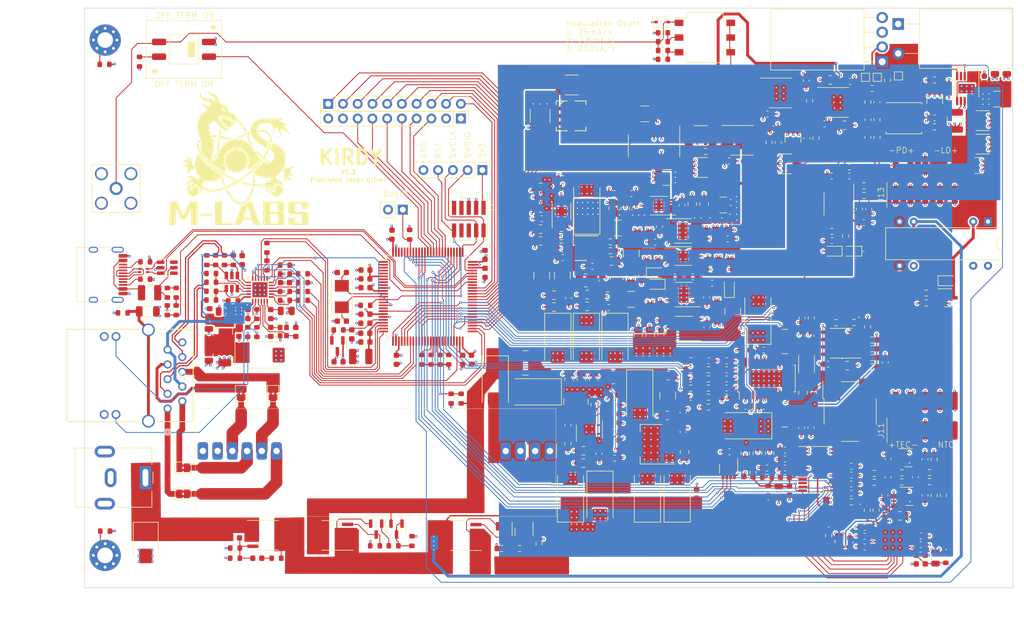
<source format=kicad_pcb>
(kicad_pcb (version 20221018) (generator pcbnew)

  (general
    (thickness 1.6)
  )

  (paper "A4")
  (layers
    (0 "F.Cu" jumper)
    (1 "In1.Cu" signal)
    (2 "In2.Cu" signal)
    (31 "B.Cu" signal)
    (32 "B.Adhes" user "B.Adhesive")
    (33 "F.Adhes" user "F.Adhesive")
    (34 "B.Paste" user)
    (35 "F.Paste" user)
    (36 "B.SilkS" user "B.Silkscreen")
    (37 "F.SilkS" user "F.Silkscreen")
    (38 "B.Mask" user)
    (39 "F.Mask" user)
    (40 "Dwgs.User" user "User.Drawings")
    (41 "Cmts.User" user "User.Comments")
    (42 "Eco1.User" user "User.Eco1")
    (43 "Eco2.User" user "User.Eco2")
    (44 "Edge.Cuts" user)
    (45 "Margin" user)
    (46 "B.CrtYd" user "B.Courtyard")
    (47 "F.CrtYd" user "F.Courtyard")
    (48 "B.Fab" user)
    (49 "F.Fab" user)
    (50 "User.1" user)
    (51 "User.2" user)
    (52 "User.3" user)
    (53 "User.4" user)
    (54 "User.5" user)
    (55 "User.6" user)
    (56 "User.7" user)
    (57 "User.8" user)
    (58 "User.9" user)
  )

  (setup
    (stackup
      (layer "F.SilkS" (type "Top Silk Screen"))
      (layer "F.Paste" (type "Top Solder Paste"))
      (layer "F.Mask" (type "Top Solder Mask") (thickness 0.01))
      (layer "F.Cu" (type "copper") (thickness 0.035))
      (layer "dielectric 1" (type "core") (thickness 0.48) (material "FR4") (epsilon_r 4.5) (loss_tangent 0.02))
      (layer "In1.Cu" (type "copper") (thickness 0.035))
      (layer "dielectric 2" (type "prepreg") (thickness 0.48) (material "FR4") (epsilon_r 4.5) (loss_tangent 0.02))
      (layer "In2.Cu" (type "copper") (thickness 0.035))
      (layer "dielectric 3" (type "core") (thickness 0.48) (material "FR4") (epsilon_r 4.5) (loss_tangent 0.02))
      (layer "B.Cu" (type "copper") (thickness 0.035))
      (layer "B.Mask" (type "Bottom Solder Mask") (thickness 0.01))
      (layer "B.Paste" (type "Bottom Solder Paste"))
      (layer "B.SilkS" (type "Bottom Silk Screen"))
      (copper_finish "ENIG")
      (dielectric_constraints no)
    )
    (pad_to_mask_clearance 0)
    (pcbplotparams
      (layerselection 0x00010fc_ffffffff)
      (plot_on_all_layers_selection 0x0000000_00000000)
      (disableapertmacros false)
      (usegerberextensions true)
      (usegerberattributes false)
      (usegerberadvancedattributes false)
      (creategerberjobfile true)
      (dashed_line_dash_ratio 12.000000)
      (dashed_line_gap_ratio 3.000000)
      (svgprecision 6)
      (plotframeref false)
      (viasonmask false)
      (mode 1)
      (useauxorigin false)
      (hpglpennumber 1)
      (hpglpenspeed 20)
      (hpglpendiameter 15.000000)
      (dxfpolygonmode true)
      (dxfimperialunits true)
      (dxfusepcbnewfont true)
      (psnegative false)
      (psa4output false)
      (plotreference false)
      (plotvalue false)
      (plotinvisibletext false)
      (sketchpadsonfab false)
      (subtractmaskfromsilk true)
      (outputformat 1)
      (mirror false)
      (drillshape 0)
      (scaleselection 1)
      (outputdirectory "gerbers")
    )
  )

  (net 0 "")
  (net 1 "+5VA")
  (net 2 "GND")
  (net 3 "Net-(U1-VOUT_F)")
  (net 4 "Net-(U4--)")
  (net 5 "Net-(U2-OUT)")
  (net 6 "Net-(U4-+)")
  (net 7 "+9VA")
  (net 8 "-6V")
  (net 9 "+15V")
  (net 10 "Net-(U6-+)")
  (net 11 "Net-(C13-Pad2)")
  (net 12 "/MCU/PD_MON")
  (net 13 "Net-(C18-Pad2)")
  (net 14 "Net-(C18-Pad1)")
  (net 15 "Net-(U5B-+)")
  (net 16 "+3V3")
  (net 17 "Net-(U6--)")
  (net 18 "Net-(Q2-G)")
  (net 19 "/MCU/VREF")
  (net 20 "+12V")
  (net 21 "Net-(C25-Pad2)")
  (net 22 "Net-(C26-Pad2)")
  (net 23 "Net-(C26-Pad1)")
  (net 24 "Net-(C27-Pad1)")
  (net 25 "/driveStage/PD_C")
  (net 26 "Net-(C28-Pad1)")
  (net 27 "-9V")
  (net 28 "IN")
  (net 29 "Net-(U8-VCAP_1)")
  (net 30 "Net-(U8-VCAP_2)")
  (net 31 "Net-(C52-Pad1)")
  (net 32 "Net-(U8-PH0)")
  (net 33 "Net-(U8-PH1)")
  (net 34 "/MCU/VDDA")
  (net 35 "Net-(D6-K)")
  (net 36 "Net-(D5-A)")
  (net 37 "Net-(U9-C+)")
  (net 38 "Net-(D5-K)")
  (net 39 "Net-(C57-Pad1)")
  (net 40 "+9V")
  (net 41 "+8V")
  (net 42 "+3.3VA")
  (net 43 "/thermostat/DAC_REF")
  (net 44 "Net-(U9-C-)")
  (net 45 "Net-(D7-A)")
  (net 46 "Net-(U16-PGFB)")
  (net 47 "/thermostat/MAXV")
  (net 48 "/thermostat/MAXIP")
  (net 49 "/thermostat/MAXIN")
  (net 50 "Net-(U11-EN{slash}UV)")
  (net 51 "Net-(U12-EN{slash}UV)")
  (net 52 "Net-(U13-EN{slash}UV)")
  (net 53 "/MCU/TEC_ISEN")
  (net 54 "Net-(U15-EN{slash}UV)")
  (net 55 "/MCU/TEC_VREF")
  (net 56 "Net-(U14-EN{slash}UV)")
  (net 57 "Net-(U11-SET)")
  (net 58 "Net-(U16-SET)")
  (net 59 "+5V")
  (net 60 "Net-(U12-SET)")
  (net 61 "Net-(U13-SET)")
  (net 62 "Net-(U14-SET)")
  (net 63 "Net-(U15-SET)")
  (net 64 "Net-(U19-REGCAPD)")
  (net 65 "Net-(U18-REGCAPD)")
  (net 66 "Net-(U21-CTLI)")
  (net 67 "Net-(U18-REFOUT)")
  (net 68 "Net-(U18-REGCAPA)")
  (net 69 "Net-(U19-REGCAPA)")
  (net 70 "Net-(U21-COMP)")
  (net 71 "Net-(U21-CS)")
  (net 72 "Net-(U21-OS2)")
  (net 73 "/Ehternet/AVDDT_PHY")
  (net 74 "/Ehternet/ETH_SHIELD")
  (net 75 "Net-(U23-VIN)")
  (net 76 "Net-(U23-SS{slash}TR)")
  (net 77 "/MCU/RST")
  (net 78 "Net-(FB12-Pad1)")
  (net 79 "/thermostat/TEC+")
  (net 80 "/thermostat/TEC-")
  (net 81 "Net-(U23-BOOT)")
  (net 82 "/MCU/USB_DP")
  (net 83 "/MCU/USB_DN")
  (net 84 "/MCU/SWDIO")
  (net 85 "/MCU/SWCLK")
  (net 86 "Net-(U23-COMP)")
  (net 87 "Net-(Q3-E)")
  (net 88 "Net-(D10-A1)")
  (net 89 "Net-(Q4-G)")
  (net 90 "Net-(U24-VI)")
  (net 91 "Net-(U26-XTAL2)")
  (net 92 "Net-(U26-XTAL1)")
  (net 93 "Net-(U26-VDDCR)")
  (net 94 "Net-(D1-A2)")
  (net 95 "/driveStage/LD-")
  (net 96 "/thermostat/NTC+")
  (net 97 "/thermostat/NTC-")
  (net 98 "Net-(D4-A)")
  (net 99 "Net-(U27-VBUS)")
  (net 100 "Net-(L3-Pad1)")
  (net 101 "Net-(U21-OS1)")
  (net 102 "Net-(FL2-Pad4)")
  (net 103 "Net-(FL2-Pad1)")
  (net 104 "Net-(J4-Pin_8)")
  (net 105 "Net-(J4-Pin_7)")
  (net 106 "Net-(J4-Pin_6)")
  (net 107 "Net-(J4-Pin_5)")
  (net 108 "Net-(J4-Pin_4)")
  (net 109 "Net-(J4-Pin_3)")
  (net 110 "Net-(J5-Pin_10)")
  (net 111 "Net-(J5-Pin_9)")
  (net 112 "Net-(J5-Pin_8)")
  (net 113 "Net-(J5-Pin_7)")
  (net 114 "Net-(J5-Pin_6)")
  (net 115 "Net-(J5-Pin_5)")
  (net 116 "Net-(J5-Pin_4)")
  (net 117 "Net-(J5-Pin_3)")
  (net 118 "Net-(J5-Pin_2)")
  (net 119 "Net-(J5-Pin_1)")
  (net 120 "unconnected-(J6-Pin_6-Pad6)")
  (net 121 "/MCU/PWM_MAXV")
  (net 122 "/MCU/PWM_MAXIP")
  (net 123 "/MCU/PWM_MAXIN")
  (net 124 "unconnected-(J6-Pin_7-Pad7)")
  (net 125 "unconnected-(J6-Pin_8-Pad8)")
  (net 126 "unconnected-(J6-Pin_9-Pad9)")
  (net 127 "/MCU/TEC_VSEN")
  (net 128 "/Ehternet/POE_VC2-")
  (net 129 "/Ehternet/POE_VC1-")
  (net 130 "/MCU/POE_PWR_SRC")
  (net 131 "/Ehternet/RMII_RXD0")
  (net 132 "/Ehternet/POE_VC2+")
  (net 133 "/Ehternet/RMII_RXD1")
  (net 134 "/Ehternet/POE_VC1+")
  (net 135 "/Ehternet/RMII_CRS_DV")
  (net 136 "/Ehternet/RMII_REF_CLK")
  (net 137 "/Ehternet/RMII_MDIO")
  (net 138 "Net-(J9-Pad11)")
  (net 139 "/Ehternet/ETH_LED_1")
  (net 140 "Net-(J9-Pad13)")
  (net 141 "/Ehternet/PHY_TD_P")
  (net 142 "/Ehternet/PHY_TD_N")
  (net 143 "/Ehternet/PHY_RD_P")
  (net 144 "/Ehternet/PHY_RD_N")
  (net 145 "/Ehternet/ETH_LED_2")
  (net 146 "unconnected-(J10-SBU2-PadB8)")
  (net 147 "Net-(J10-CC2)")
  (net 148 "/MCU/USB_VBUS")
  (net 149 "/MCU/LDAC_LOAD")
  (net 150 "/MCU/LDAC_CLK")
  (net 151 "/MCU/LDAC_MOSI")
  (net 152 "/MCU/LDAC_CS")
  (net 153 "/MCU/TADC_SYNC")
  (net 154 "/MCU/TADC_MISO")
  (net 155 "/MCU/TDAC_MOSI")
  (net 156 "/MCU/TADC_CLK")
  (net 157 "/MCU/TDAC_CLK")
  (net 158 "/MCU/TADC_CS")
  (net 159 "/MCU/TDAC_SYNC")
  (net 160 "/MCU/TADC_MOSI")
  (net 161 "unconnected-(J10-SBU1-PadA8)")
  (net 162 "Net-(J10-CC1)")
  (net 163 "Net-(JP1-A)")
  (net 164 "Net-(JP2-B)")
  (net 165 "Net-(JP3-B)")
  (net 166 "Net-(JP4-B)")
  (net 167 "Net-(JP5-B)")
  (net 168 "Net-(L4-Pad1)")
  (net 169 "Net-(Q9-E)")
  (net 170 "Net-(Q1-G)")
  (net 171 "Net-(Q2-S-Pad1)")
  (net 172 "Net-(Q3-B)")
  (net 173 "Net-(Q5-G)")
  (net 174 "/Ehternet/RMII_MDC")
  (net 175 "/Ehternet/PHY_NRST")
  (net 176 "Net-(Q6-B)")
  (net 177 "Net-(Q7-B)")
  (net 178 "Net-(Q8-G)")
  (net 179 "Net-(Q9-B)")
  (net 180 "Net-(R3-Pad2)")
  (net 181 "/Ehternet/RMII_TX_EN")
  (net 182 "/Ehternet/RMII_TXD0")
  (net 183 "/Ehternet/RMII_TXD1")
  (net 184 "Net-(R5-Pad2)")
  (net 185 "Net-(U3--)")
  (net 186 "Net-(U5B--)")
  (net 187 "Net-(U7-OUT)")
  (net 188 "Net-(U8-PE8)")
  (net 189 "Net-(U8-PE9)")
  (net 190 "Net-(U8-PE10)")
  (net 191 "Net-(U8-PE11)")
  (net 192 "Net-(U16-ILIM)")
  (net 193 "Net-(U10-SET)")
  (net 194 "Net-(U17-VFB)")
  (net 195 "Net-(U20B--)")
  (net 196 "Net-(U18-AIN0)")
  (net 197 "Net-(U18-AIN1)")
  (net 198 "Net-(U19-AIN0{slash}REF2-)")
  (net 199 "Net-(U19-AIN1{slash}REF2+)")
  (net 200 "unconnected-(K1-Pad14)")
  (net 201 "Net-(U20A-+)")
  (net 202 "Net-(U20A--)")
  (net 203 "Net-(U23-EN)")
  (net 204 "Net-(U23-RT{slash}CLK)")
  (net 205 "Net-(U23-VSENSE)")
  (net 206 "Net-(U26-RXD0)")
  (net 207 "Net-(U26-RXD1)")
  (net 208 "Net-(U26-CRS_DV)")
  (net 209 "Net-(U26-nINT)")
  (net 210 "Net-(U26-RXER)")
  (net 211 "Net-(U26-RBIAS)")
  (net 212 "Net-(U3-+)")
  (net 213 "Net-(U1-VOUT_S)")
  (net 214 "unconnected-(U2-INV-Pad13)")
  (net 215 "unconnected-(U2-NC-Pad9)")
  (net 216 "unconnected-(U2-RFB-Pad1)")
  (net 217 "unconnected-(U8-PE1-Pad98)")
  (net 218 "unconnected-(U8-PE0-Pad97)")
  (net 219 "unconnected-(U8-PB9-Pad96)")
  (net 220 "unconnected-(U8-PA10-Pad69)")
  (net 221 "unconnected-(U8-PA8-Pad67)")
  (net 222 "unconnected-(U8-PE15-Pad46)")
  (net 223 "unconnected-(U8-PE14-Pad45)")
  (net 224 "/MCU/LD_EN")
  (net 225 "unconnected-(U8-PE13-Pad44)")
  (net 226 "unconnected-(U8-PE12-Pad43)")
  (net 227 "unconnected-(U8-PE7-Pad38)")
  (net 228 "unconnected-(U8-PB2-Pad37)")
  (net 229 "/MCU/TEC_~{SHDN}")
  (net 230 "Net-(H1-Pad1)")
  (net 231 "Net-(H2-Pad1)")
  (net 232 "/MCU/~{LD_SHORT}")
  (net 233 "unconnected-(U8-PC2-Pad17)")
  (net 234 "unconnected-(U8-PC0-Pad15)")
  (net 235 "unconnected-(U8-PC15-Pad9)")
  (net 236 "unconnected-(U8-PC14-Pad8)")
  (net 237 "unconnected-(U8-PC13-Pad7)")
  (net 238 "unconnected-(U8-PE6-Pad5)")
  (net 239 "unconnected-(U8-PE5-Pad4)")
  (net 240 "unconnected-(U8-PE4-Pad3)")
  (net 241 "unconnected-(U8-PE3-Pad2)")
  (net 242 "unconnected-(U8-PE2-Pad1)")
  (net 243 "12Vin")
  (net 244 "unconnected-(U9-NC-Pad12)")
  (net 245 "unconnected-(U9-NC-Pad7)")
  (net 246 "unconnected-(U9-NC-Pad6)")
  (net 247 "unconnected-(U9-NC-Pad3)")
  (net 248 "unconnected-(U9-NC-Pad1)")
  (net 249 "unconnected-(U10-ILIM-Pad5)")
  (net 250 "unconnected-(U11-PG-Pad4)")
  (net 251 "unconnected-(U12-PG-Pad5)")
  (net 252 "unconnected-(U13-PG-Pad4)")
  (net 253 "unconnected-(U14-VIOC-Pad7)")
  (net 254 "unconnected-(U14-PG-Pad4)")
  (net 255 "unconnected-(U15-PG-Pad4)")
  (net 256 "unconnected-(U16-PG-Pad5)")
  (net 257 "unconnected-(U18-GPIO1-Pad20)")
  (net 258 "unconnected-(U18-GPIO0-Pad19)")
  (net 259 "unconnected-(U18-XTAL2{slash}CLKIO-Pad10)")
  (net 260 "unconnected-(U18-XTAL1-Pad9)")
  (net 261 "unconnected-(U19-DNC-Pad3)")
  (net 262 "unconnected-(U19-PDSW-Pad8)")
  (net 263 "unconnected-(U19-XTAL1-Pad9)")
  (net 264 "unconnected-(U19-XTAL2{slash}CLKIO-Pad10)")
  (net 265 "unconnected-(U19-~{ERROR}-Pad15)")
  (net 266 "unconnected-(U19-GPIO0-Pad20)")
  (net 267 "unconnected-(U19-GPIO1-Pad21)")
  (net 268 "unconnected-(U19-GPIO2-Pad22)")
  (net 269 "unconnected-(U19-AIN2-Pad23)")
  (net 270 "unconnected-(U19-AIN3-Pad24)")
  (net 271 "unconnected-(U19-AIN4-Pad25)")
  (net 272 "unconnected-(U19-AIN5-Pad26)")
  (net 273 "unconnected-(U19-AIN6-Pad27)")
  (net 274 "unconnected-(U19-AIN7-Pad28)")
  (net 275 "unconnected-(U19-AIN8-Pad29)")
  (net 276 "unconnected-(U19-GPO3-Pad30)")
  (net 277 "Net-(U20B-+)")
  (net 278 "unconnected-(U22-NC-Pad2)")
  (net 279 "unconnected-(U22-NC-Pad1)")
  (net 280 "unconnected-(U23-PWRGD-Pad14)")
  (net 281 "unconnected-(U27-I{slash}O4-Pad6)")
  (net 282 "unconnected-(U27-I{slash}O3-Pad4)")
  (net 283 "/Ehternet/RJ45_RD_N")
  (net 284 "/Ehternet/RJ45_RD_P")
  (net 285 "/Ehternet/RJ45_TD_N")
  (net 286 "/Ehternet/RJ45_TD_P")
  (net 287 "/thermostat/ADC1_REF")
  (net 288 "/thermostat/ADC1_A3V3")
  (net 289 "/thermostat/ADC1_D3V3")
  (net 290 "/thermostat/ADC2_D3V3")
  (net 291 "/thermostat/ADC2_A3V3")
  (net 292 "/thermostat/ADC2_REF")
  (net 293 "Net-(C124-Pad1)")
  (net 294 "Net-(C125-Pad1)")
  (net 295 "Net-(C126-Pad1)")
  (net 296 "Net-(C156-Pad2)")
  (net 297 "Net-(C157-Pad2)")
  (net 298 "Net-(C166-Pad2)")
  (net 299 "Net-(C167-Pad2)")
  (net 300 "Net-(C177-Pad2)")
  (net 301 "Net-(C178-Pad1)")
  (net 302 "Net-(C179-Pad1)")
  (net 303 "Net-(C187-Pad2)")
  (net 304 "Net-(C188-Pad1)")
  (net 305 "Net-(C208-Pad1)")
  (net 306 "Net-(R7-Pad2)")
  (net 307 "Net-(R23-Pad2)")
  (net 308 "unconnected-(R25-Pad3)")
  (net 309 "Net-(R35-Pad2)")
  (net 310 "Net-(R66-Pad2)")
  (net 311 "Net-(R121-Pad2)")
  (net 312 "Net-(R122-Pad1)")
  (net 313 "unconnected-(J4-Pin_9-Pad9)")
  (net 314 "/MCU/TERM_STAT")

  (footprint "Resistor_SMD:R_0603_1608Metric" (layer "F.Cu") (at 34.544 45.8338 180))

  (footprint "Resistor_SMD:R_0603_1608Metric" (layer "F.Cu") (at 56.4334 91.9319 90))

  (footprint "Capacitor_SMD:C_0603_1608Metric" (layer "F.Cu") (at 34.544 47.3578))

  (footprint "Capacitor_SMD:C_0603_1608Metric" (layer "F.Cu") (at 138.5316 80.9498 90))

  (footprint "Package_TO_SOT_SMD:SOT-23" (layer "F.Cu") (at 50.2782 89.8694 -90))

  (footprint "Capacitor_SMD:C_0805_2012Metric" (layer "F.Cu") (at 103.4288 76.5556 -90))

  (footprint "Inductor_SMD:L_1210_3225Metric" (layer "F.Cu") (at 47.617 60.0964))

  (footprint "Capacitor_SMD:C_0603_1608Metric" (layer "F.Cu") (at 104.4956 63.9706 180))

  (footprint "Capacitor_SMD:C_0603_1608Metric" (layer "F.Cu") (at 78.8126 36.3114 180))

  (footprint "Capacitor_SMD:C_0603_1608Metric" (layer "F.Cu") (at 138.0236 61.1124 90))

  (footprint "Package_QFP:LQFP-100_14x14mm_P0.5mm" (layer "F.Cu") (at 59.182 49.7798))

  (footprint "Capacitor_SMD:C_0603_1608Metric" (layer "F.Cu") (at 104.4956 67.1332 180))

  (footprint "Resistor_SMD:R_0603_1608Metric" (layer "F.Cu") (at 33.0855 94.896))

  (footprint "Resistor_SMD:R_0603_1608Metric" (layer "F.Cu") (at 37.6308 47.3578 180))

  (footprint "Inductor_SMD:L_1008_2520Metric" (layer "F.Cu") (at 91.7448 46.6344 -90))

  (footprint "Capacitor_SMD:C_0603_1608Metric" (layer "F.Cu") (at 110.6875 60.8397))

  (footprint "Capacitor_SMD:C_0805_2012Metric" (layer "F.Cu") (at 94.1832 46.3922 -90))

  (footprint "Resistor_SMD:R_0603_1608Metric" (layer "F.Cu") (at 115.239 80.0856 -90))

  (footprint "Resistor_SMD:R_0603_1608Metric" (layer "F.Cu") (at 37.6308 45.8338 180))

  (footprint "Resistor_SMD:R_0603_1608Metric" (layer "F.Cu") (at 132.1684 85.191))

  (footprint "Resistor_SMD:R_0603_1608Metric" (layer "F.Cu") (at 104.4956 62.3984))

  (footprint "Resistor_SMD:R_0603_1608Metric" (layer "F.Cu") (at 78.35 92.4 90))

  (footprint "Capacitor_SMD:C_0603_1608Metric" (layer "F.Cu") (at 135.0256 22.3134 -90))

  (footprint "Capacitor_SMD:C_0603_1608Metric" (layer "F.Cu") (at 99.3394 50.1786 90))

  (footprint "Diode_SMD:D_SMB" (layer "F.Cu") (at 10.5615 92.364 -90))

  (footprint "Capacitor_SMD:C_0603_1608Metric" (layer "F.Cu") (at 78.8126 32.7046 180))

  (footprint "Resistor_SMD:R_0603_1608Metric" (layer "F.Cu") (at 21.844 50.355))

  (footprint "Resistor_SMD:R_0603_1608Metric" (layer "F.Cu") (at 145.0848 49.1476))

  (footprint "Capacitor_SMD:C_0805_2012Metric" (layer "F.Cu") (at 82.2198 41.2662 180))

  (footprint "Package_SO:SOIC-8-1EP_3.9x4.9mm_P1.27mm_EP2.29x3mm" (layer "F.Cu") (at 119.9378 14.6424))

  (footprint "Capacitor_SMD:C_0805_2012Metric" (layer "F.Cu") (at 86.0044 76.3524 180))

  (footprint "Package_TO_SOT_SMD:SOT-23-6" (layer "F.Cu") (at 25.4 47.2562 90))

  (footprint "Connector_BarrelJack:BarrelJack_CUI_PJ-063AH_Horizontal" (layer "F.Cu") (at 10.5 81 -90))

  (footprint "Capacitor_SMD:C_1812_4532Metric" (layer "F.Cu") (at 154.813 23.4696))

  (footprint "Resistor_SMD:R_0603_1608Metric" (layer "F.Cu") (at 136.144 81.788))

  (footprint "Capacitor_SMD:C_0603_1608Metric" (layer "F.Cu") (at 144.137 91.059))

  (footprint "Resistor_SMD:R_0603_1608Metric" (layer "F.Cu") (at 104.5423 60.8397))

  (footprint "Resistor_SMD:R_0603_1608Metric" (layer "F.Cu") (at 148.463 94.869 90))

  (footprint "Resistor_SMD:R_0603_1608Metric" (layer "F.Cu") (at 107.823 39.7994))

  (footprint "Package_TO_SOT_THT:TO-220F-4_Horizontal_TabDown" (layer "F.Cu") (at 137.5 9.25 90))

  (footprint "Capacitor_SMD:C_0603_1608Metric" (layer "F.Cu") (at 117.6528 79.3496 180))

  (footprint "Capacitor_SMD:C_0603_1608Metric" (layer "F.Cu") (at 99.1108 37.6936 -90))

  (footprint "Capacitor_SMD:C_0603_1608Metric" (layer "F.Cu")
    (tstamp 18b8fa11-6bc8-4019-aac3-0eea023d7ea8)
    (at 113.652 80.0602 -90)
    (descr "Capacitor SMD 0603 (1608 Metric), square (rectangular) end terminal, IPC_7351 nominal, (Body size source: IPC-SM-782 page 76, https://www.pcb-3d.com/wordpress/wp-content/uploads/ipc-sm-782a_amendment_1_and_2.pdf), generated with kicad-footprint-generator")
    (tags "capacitor")
    (property "MFR_PN" "CL10B104KB8NNWC")
    (property "MFR_PN_ALT" "CL10B104KB8NNNL")
    (property "Sheetfile" "thermostat.kicad_sch")
    (property "Sheetname" "thermostat")
    (property "ki_description" "Unpolarized capacitor")
    (property "ki_keywords" "cap capacitor")
    (path "/bda728c0-b189-4e05-8d4f-58a38acf883b/d924e105-c32c-494b-9c01-fb97e5dab91b")
    (attr smd)
    (fp_text reference "C117" (at 0 -1.43 90) (layer "F.SilkS") hide
        (effects (font (size 1 1) (thickness 0.15)))
      (tstamp f9ad1429-39d7-47ea-ada8-5393828a2889)
    )
    (fp_text value "100n" (at 0 1.43 90) (layer "F.Fab")
        (effects (font (size 1 1) (thickness 0.15)))
      (tstamp 8511fbd7-9a6d-4704-946e-99a01089ef2e)
    )
    (fp_text user "${REFERENCE}" (at 0 0 90) (layer "F.Fab")
        (effects (font (size 0.4 0.4) (thickness 0.06)))
      (tstamp c324be00-810c-4b73-bd6d-aca1e4198d27)
    )
    (fp_line (start -0.14058 -0.51) (end 0.14058 -0.51)
      (stroke (width 0.12) (type solid)) (layer "F.SilkS") (tstamp 9b913c31-919e-482b-8fc3-de2474e98775))
    (fp_line (start -0.14058 0.51) (end 0.14058 0.51)
      (stroke (width 0.12) (type solid)) (layer "F.SilkS") (tstamp bffab35a-5e9b-42c4-869d-78ce07d9be2e))
    (fp_line (start -1.48 -0.73) (end 1.48 -0.73)
      (stroke (width 0.05) (type solid)) (layer "F.CrtYd") (tstamp 3c02d922-1ad3-4000-ac9a-976d3c74b0fe))
    (fp_line (start -1.48 0.73) (end -1.48 -0.73)
      (stroke (width 0.05) (type solid)) (layer "F.CrtYd") (tstamp 08eaee24-44e8-4397-8664-3e26a7eefea6))
    (fp_line (start 1.48 -0.73) (end 1.48 0.73)
      (stroke (width 0.05) (type solid)) (layer "F.CrtYd") (tstamp c1035e45-9226-4bec-9cc4-77114eb93383))
    (fp_line (start 1.48 0.73) (end -1.48 0.73)
      (stroke (width 0.05) (type solid)) (layer "F.CrtYd") (tstamp 5cf57a08-cf5a-45c3-b532-b5703819923d))
    (fp_line (start -0.8 -0.4) (end 0.8 -0.4)
      (stroke (width 0.1) (type solid)) (layer "F.Fab") (tstamp 5d825777-9712-4a76-9724-4eb7a337560d))
    (fp_line (start -0.8 0.4) (end -0.8 -0.4)
      (stroke (width 0.1) (type solid)) (layer "F.Fab") (tstamp a4af2e1e-c8f5-48a4-8e64-cd97732269a6))
    (fp_line (start 0.8 -0.4) (end 0.8 0.4)
      (stroke (width 0.1) (type solid)) (layer "F.Fab") (tstamp e1507178-cacb-42b3-8011-07e8ff0daed7))
    (fp_line (start 0.8 0.4) (end -0.8 0.4)
      (stroke (width 0.1) (type solid)) (layer "F.Fab") (tstamp 37c5b365-2faf-454f-8884-8cad7e9d51b0))
    (pad 
... [4801614 chars truncated]
</source>
